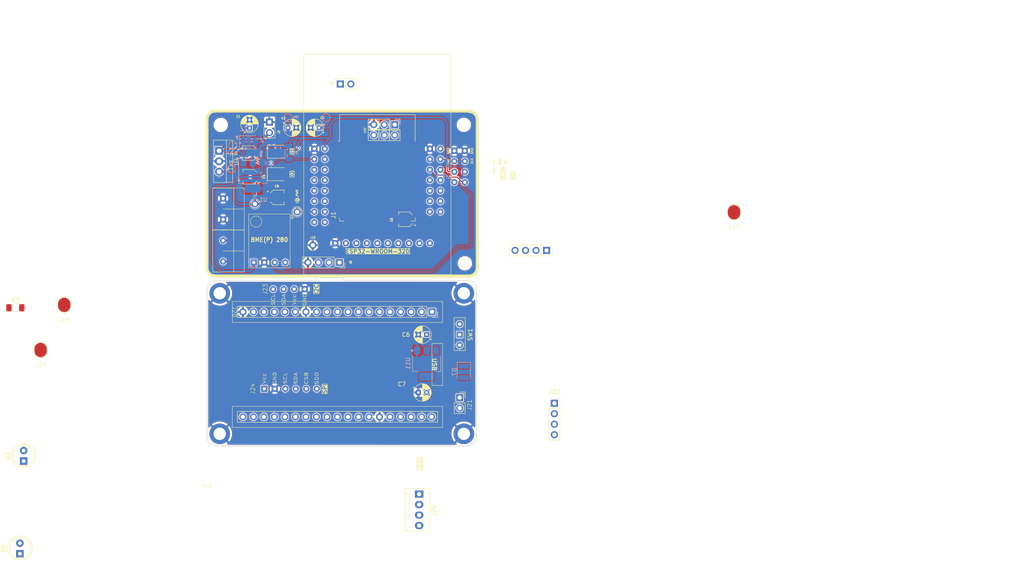
<source format=kicad_pcb>
(kicad_pcb (version 20240108) (generator "pcbnew") (generator_version "8.0")
  (layers (0 "F.Cu" signal) (31 "B.Cu" signal) (34 "B.Paste" user) (35 "F.Paste" user) (36 "B.SilkS" user "B.Silkscreen") (37 "F.SilkS" user "F.Silkscreen") (38 "B.Mask" user) (39 "F.Mask" user) (44 "Edge.Cuts" user))
  (net 0 "")
  (net 1 "GND")
  (net 2 "+3V3")
  (net 3 "+5V")
  (net 4 "/RXD")
  (net 5 "/TXD")
  (net 6 "/SDA")
  (net 7 "/GPIO_33")
  (net 8 "/SCL")
  (net 9 "/OUT3")
  (net 10 "/EN")
  (net 11 "/SOURCE2")
  (net 12 "/SOURCE1")
  (net 13 "/SOURCE3")
  (net 14 "/VDC")
  (net 15 "/DAC1")
  (net 16 "/DAC2")
  (net 17 "/GPIO39")
  (net 18 "/GPIO19")
  (net 19 "/GPIO17")
  (net 20 "/GPIO5")
  (net 21 "/GPIO18")
  (net 22 "/SD_DATA0")
  (net 23 "/ADC2_CH3")
  (net 24 "/SD_DATA3")
  (net 25 "/SD_CMD")
  (net 26 "/SD_CLK")
  (net 27 "/SD_DATA2")
  (net 28 "/SD_DATA1")
  (net 29 "/ADC2_CH0")
  (net 30 "/GPIO23")
  (net 31 "/GPIO36")
  (net 32 "/ADC2_CH2")
  (net 33 "/BOOT")
  (net 34 "/GPIO13")
  (net 35 "/SOURCE4")
  (net 36 "/SOURCE5")
  (net 37 "/SIPO_DATA")
  (net 38 "/SIPO_CLK")
  (net 39 "/SIPO_LATCH")
  (net 40 "/GPIO14")
  (net 41 "/OUT1")
  (net 42 "/VIN")
  (net 43 "Net-(D5-Pad1)")
  (net 44 "Net-(J15-Pin_1)")
  (net 45 "Net-(J19-Pin_1)")
  (net 46 "/OUT2")
  (net 58 "/ESP32-WROOM-32U Node/VIN")
  (net 63 "/ESP32-WROOM-32U Node/VDC")
  (net 74 "/ESP32-WROOM-32U Node/SPI-SDO")
  (net 75 "/ESP32-WROOM-32U Node/TX")
  (net 76 "Net-(J21-Pin_1)")
  (net 77 "/ESP32-WROOM-32U Node/SDA-2")
  (net 78 "/ESP32-WROOM-32U Node/SPI-CSB")
  (net 79 "/ESP32-WROOM-32U Node/SPI-SCL")
  (net 80 "/ESP32-WROOM-32U Node/SCL-2")
  (net 81 "/ESP32-WROOM-32U Node/RX")
  (net 82 "Net-(D7-A)")
  (net 83 "/ESP32-WROOM-32U Node/SPI-SDA")
  (net 85 "/ESP32-WROOM-32U Node/12V")
  (footprint "Capacitor_THT:CP_Radial_D4.0mm_P2.00mm" (layer "F.Cu") (at 107 44.2 180)
    (property "Reference" "C2")
    (property "Value" "1uF")
  )
  (footprint "LED_SMD:LED_1210_3225Metric_Pad1.42x2.65mm_HandSolder" (layer "F.Cu") (at 97 55.45)
    (property "Reference" "D2")
    (property "Value" "STATUS")
  )
  (footprint "Alexander Footprint Library:Board_65-40" (layer "F.Cu") (at 80 131.25)
    (property "Reference" "H3")
    (property "Value" "Project_Box_Board_65x40")
    (fp_line (start 0 -13) (end 0 -47) (stroke (width 0.05)) (layer "Edge.Cuts"))
    (fp_line (start 3 -50) (end 62 -50) (stroke (width 0.05)) (layer "Edge.Cuts"))
    (fp_line (start 62 -10) (end 3 -10) (stroke (width 0.05)) (layer "Edge.Cuts"))
    (fp_line (start 65 -47) (end 65 -13) (stroke (width 0.05)) (layer "Edge.Cuts"))
    (fp_arc (start 0 -47) (mid 0.87868 -49.12132) (end 3 -50) (stroke (width 0.05)) (layer "Edge.Cuts"))
    (fp_arc (start 3 -10) (mid 0.87868 -10.87868) (end 0 -13) (stroke (width 0.05)) (layer "Edge.Cuts"))
    (fp_arc (start 62 -50) (mid 64.12132 -49.12132) (end 65 -47) (stroke (width 0.05)) (layer "Edge.Cuts"))
    (fp_arc (start 65 -13) (mid 64.12132 -10.87868) (end 62 -10) (stroke (width 0.05)) (layer "Edge.Cuts"))
  )
  (footprint "Capacitor_SMD:CP_Elec_3x5.3" (layer "F.Cu") (at 90.3 50.35 180)
    (property "Reference" "C4")
    (property "Value" "0.1uF")
  )
  (footprint "Resistor_SMD:R_1206_3216Metric_Pad1.30x1.75mm_HandSolder" (layer "F.Cu") (at 33.612 87.7585)
    (property "Reference" "R7")
    (property "Value" "4K7")
  )
  (footprint "LED_THT:LED_D5.0mm" (layer "F.Cu") (at 34.7 147.25 90)
    (property "Reference" "D6")
    (property "Value" "LED_STATUS")
  )
  (footprint "Connector_PinSocket_2.54mm:PinSocket_1x04_P2.54mm_Vertical" (layer "F.Cu") (at 163.88 110.85)
    (property "Reference" "J22")
    (property "Value" "PWR_SATA_Conn_01x04")
  )
  (footprint "Alexander Footprint Library:Pad_1x01_P2.54_SMD" (layer "F.Cu") (at 39.712 102.098)
    (property "Reference" "J19")
    (property "Value" "LED_PWR")
  )
  (footprint "Alexanddr Footprints Library:ESP32-WROOM-Adapter-Socket-2" (layer "F.Cu") (at 121.1 56.9025)
    (property "Reference" "J1")
    (property "Value" "~")
  )
  (footprint "Alexander Footprint Library:Pad_1x01_P2.54_SMD" (layer "F.Cu") (at 45.412 91.198)
    (property "Reference" "J15")
    (property "Value" "LED_PWR")
  )
  (footprint "MountingHole:MountingHole_3mm" (layer "F.Cu") (at 142 43.5)
    (property "Reference" "H1" (hide yes))
    (property "Value" "MountingHole_Pad")
  )
  (footprint "MountingHole:MountingHole_3mm" (layer "F.Cu") (at 83.25 43.53)
    (property "Reference" "H2" (hide yes))
    (property "Value" "MountingHole_Pad")
  )
  (footprint "Alexander Footprints Library:Conn_Terminal_5mm" (layer "F.Cu") (at 83.82 53.69)
    (property "Reference" "J9" (hide yes))
    (property "Value" "Conn_01x02_Socket")
  )
  (footprint "Alexander Footprint Library:Pad_1x01_P2.54_SMD" (layer "F.Cu") (at 207.3 68.7895)
    (property "Reference" "J17")
    (property "Value" "GND")
  )
  (footprint "Capacitor_THT:CP_Radial_D4.0mm_P2.00mm" (layer "F.Cu") (at 131 108.25)
    (property "Reference" "C7")
    (property "Value" "1uF")
  )
  (footprint "Connector:FanPinHeader_1x04_P2.54mm_Vertical" (layer "F.Cu") (at 131.2 132.83 -90)
    (property "Reference" "J25")
    (property "Value" "Conn_01x04_Pin")
  )
  (footprint "Capacitor_SMD:CP_Elec_3x5.3" (layer "F.Cu") (at 90.4 56.05 180)
    (property "Reference" "C9")
    (property "Value" "0.1uF")
  )
  (footprint "Alexander Footprint Library:PinSocket_1x01_P2.54" (layer "F.Cu") (at 91.5 65.19)
    (property "Reference" "J7")
    (property "Value" "LED_PWR")
  )
  (footprint "Alexander Footprint Library:Conn_SPI" (layer "F.Cu") (at 88.68 107.35 90)
    (property "Reference" "J24")
    (property "Value" "~")
  )
  (footprint "Connector_PinSocket_2.54mm:PinSocket_1x02_P2.54mm_Vertical" (layer "F.Cu") (at 95.025 42.85)
    (property "Reference" "J2")
    (property "Value" "PWR")
  )
  (footprint "Connector_PinSocket_2.54mm:PinSocket_1x04_P2.54mm_Vertical" (layer "F.Cu") (at 111.94 76.8 -90)
    (property "Reference" "J6")
    (property "Value" "SOURCE")
  )
  (footprint "Connector_PinSocket_2.54mm:PinSocket_1x04_P2.54mm_Vertical" (layer "F.Cu") (at 162 73.875 -90)
    (property "Reference" "J10" (hide yes))
    (property "Value" "ADC")
  )
  (footprint "Capacitor_SMD:CP_Elec_3x5.3" (layer "F.Cu") (at 128 66.35 180)
    (property "Reference" "C5")
    (property "Value" "0.1uF")
  )
  (footprint "Alexander Footprint Library:PinSocket_1x02_P2.54" (layer "F.Cu") (at 139.79 114.5925)
    (property "Reference" "J21")
    (property "Value" "PWR")
  )
  (footprint "Capacitor_THT:CP_Radial_D4.0mm_P2.00mm" (layer "F.Cu") (at 99.5 44.2)
    (property "Reference" "C3")
    (property "Value" "1uF")
  )
  (footprint "Alexander Footprint Library:Conn_ESP32_WROOM-DevKit-38pins" (layer "F.Cu") (at 86.06 88.75 -90)
    (property "Reference" "J20")
    (property "Value" "~")
  )
  (footprint "Capacitor_SMD:CP_Elec_3x5.3" (layer "F.Cu") (at 96.8 61.05)
    (property "Reference" "C8")
    (property "Value" "10uF")
  )
  (footprint "Alexander Footprint Library:PinSocket_1x01_P2.54" (layer "F.Cu") (at 101.7 67.12)
    (property "Reference" "J18")
    (property "Value" "LED_PWR")
  )
  (footprint "Alexander Footprint Library:Conn_I2C" (layer "F.Cu") (at 111.16 83.25 -90)
    (property "Reference" "J23")
    (property "Value" "I2C")
  )
  (footprint "Capacitor_THT:CP_Radial_D4.0mm_P2.00mm" (layer "F.Cu") (at 133 94.25 180)
    (property "Reference" "C6")
    (property "Value" "1uF")
  )
  (footprint "Connector_PinSocket_2.54mm:PinSocket_1x02_P2.54mm_Vertical" (layer "F.Cu") (at 112.15 33.625 90)
    (property "Reference" "J5")
    (property "Value" "DAC")
  )
  (footprint "Alexander Footprint Library:CONN_2x3" (layer "F.Cu") (at 130.38 43.45 -90)
    (property "Reference" "J14")
    (property "Value" "GPIO")
  )
  (footprint "Alexander Footprints Library:Conn_UART" (layer "F.Cu") (at 139.7 42.15)
    (property "Reference" "J3" (hide yes))
    (property "Value" "UART")
  )
  (footprint "Alexander Footprint Library:SW_Slide-03_7.3x2.5x2.5_P2.54mm" (layer "F.Cu") (at 141 94.25 -90)
    (property "Reference" "SW1")
    (property "Value" "SW_SPDT")
  )
  (footprint "Alexander Footprint Library:PinSocket_1x01_P2.54" (layer "F.Cu") (at 105.5 75.19)
    (property "Reference" "J16")
    (property "Value" "GND")
  )
  (footprint "Capacitor_THT:CP_Radial_D4.0mm_P2.00mm" (layer "F.Cu") (at 90.2 44.3 90)
    (property "Reference" "C1")
    (property "Value" "1uF")
  )
  (footprint "Alexander Footprint Library:BME280_BMP280_I2C" (layer "F.Cu") (at 90 78.1 90)
    (property "Reference" "U7")
    (property "Value" "BME(P)280")
  )
  (footprint "Alexander Footprint Library:LD1117" (layer "F.Cu") (at 82.855 49.77 -90)
    (property "Reference" "U4")
    (property "Value" "L7805")
  )
  (footprint "Alexander Footprints Library:Conn_I2C" (layer "F.Cu") (at 142.24 42.15)
    (property "Reference" "J4" (hide yes))
    (property "Value" "I2C")
  )
  (footprint "LED_THT:LED_D5.0mm" (layer "F.Cu") (at 35.612 124.8335 90)
    (property "Reference" "D5")
    (property "Value" "LED_PWR")
  )
  (footprint "LED_SMD:LED_1210_3225Metric_Pad1.42x2.65mm_HandSolder" (layer "F.Cu") (at 97 50)
    (property "Reference" "D1")
    (property "Value" "PWR")
  )
  (footprint "MountingHole:MountingHole_3mm" (layer "F.Cu") (at 142.25 77)
    (property "Reference" "H4" (hide yes))
    (property "Value" "MountingHole_Pad")
  )
  (footprint "Alexander Footprints Library:Conn_Terminal_5mm" (layer "F.Cu") (at 83.82 63.85)
    (property "Reference" "J8" (hide yes))
    (property "Value" "Conn_01x02_Socket")
  )
  (footprint "TestPoint:TestPoint_Pad_D1.5mm" (layer "B.Cu") (at 99.5 41.75 180)
    (property "Reference" "TP4")
    (property "Value" "5V")
  )
  (footprint "TestPoint:TestPoint_Pad_D1.5mm" (layer "B.Cu") (at 108.7 41.75 180)
    (property "Reference" "TP3")
    (property "Value" "3V3")
  )
  (footprint "Diode_SMD:D_1210_3225Metric" (layer "B.Cu") (at 142 103.25 -90)
    (property "Reference" "D7")
    (property "Value" "D")
  )
  (footprint "Resistor_SMD:R_1206_3216Metric_Pad1.30x1.75mm_HandSolder" (layer "B.Cu") (at 99.7 50.25 -90)
    (property "Reference" "R1")
    (property "Value" "10K")
  )
  (footprint "Diode_SMD:D_1210_3225Metric" (layer "B.Cu") (at 90.1 47.75)
    (property "Reference" "D4")
    (property "Value" "D")
  )
  (footprint "TestPoint:TestPoint_Pad_D1.5mm" (layer "B.Cu") (at 86.2 48.45 180)
    (property "Reference" "TP1")
    (property "Value" "VIN")
  )
  (footprint "TestPoint:TestPoint_Pad_D1.5mm" (layer "B.Cu") (at 85.9 54.15 180)
    (property "Reference" "TP2")
    (property "Value" "GND")
  )
  (footprint "Package_TO_SOT_SMD:SOT-223-3_TabPin2" (layer "B.Cu") (at 91 55.75 -90)
    (property "Reference" "U1")
    (property "Value" "AMS1117-3V3")
  )
  (footprint "Package_TO_SOT_SMD:SOT-223-3_TabPin2" (layer "B.Cu") (at 133 101.25 -90)
    (property "Reference" "U11")
    (property "Value" "AMS1117-5.0")
  )
  (gr_line (start 145.25 42.11421) (end 145.25 78.085782) (stroke (width 0.75)) (layer "F.SilkS"))
  (gr_line (start 81.914218 40.164218) (end 143.08579 40.164218) (stroke (width 0.75)) (layer "F.SilkS"))
  (gr_arc (start 145.25 78.085782) (mid 144.66422 79.500007) (end 143.25 80.085782) (stroke (width 0.75)) (layer "F.SilkS"))
  (gr_line (start 79.914218 42.11421) (end 79.914218 78.085782) (stroke (width 0.75)) (layer "F.SilkS"))
  (gr_arc (start 81.914218 80.085782) (mid 80.499999 79.500001) (end 79.914218 78.085782) (stroke (width 0.75)) (layer "F.SilkS"))
  (gr_arc (start 143.25 40.25) (mid 144.664214 40.835786) (end 145.25 42.25) (stroke (width 0.75)) (layer "F.SilkS"))
  (gr_arc (start 79.914218 42.164218) (mid 80.499999 40.749999) (end 81.914218 40.164218) (stroke (width 0.75)) (layer "F.SilkS"))
  (gr_line (start 81.914214 80.085782) (end 143.085786 80.085782) (stroke (width 0.75)) (layer "F.SilkS"))
  (gr_line (start 82.014214 80.235786) (end 106.4 80.25) (stroke (width 0.1)) (layer "Edge.Cuts"))
  (gr_line (start 80 42.25) (end 80.014214 78.235786) (stroke (width 0.1)) (layer "Edge.Cuts"))
  (gr_arc (start 79.921321 83.157107) (mid 80.507106 81.742896) (end 81.921321 81.157107) (stroke (width 0.1)) (layer "Edge.Cuts"))
  (gr_line (start 81.921321 121.128679) (end 143.107107 121.142893) (stroke (width 0.1)) (layer "Edge.Cuts"))
  (gr_arc (start 81.921321 121.128679) (mid 80.507101 120.542899) (end 79.921321 119.128679) (stroke (width 0.1)) (layer "Edge.Cuts"))
  (gr_line (start 143.092893 81.157107) (end 113 81.15) (stroke (width 0.1)) (layer "Edge.Cuts"))
  (gr_arc (start 145.107107 119.142893) (mid 144.521321 120.557107) (end 143.107107 121.142893) (stroke (width 0.1)) (layer "Edge.Cuts"))
  (gr_line (start 106.4 81.15) (end 81.921321 81.157107) (stroke (width 0.1)) (layer "Edge.Cuts"))
  (gr_arc (start 143.185786 40.264214) (mid 144.600004 40.849996) (end 145.185786 42.264214) (stroke (width 0.1)) (layer "Edge.Cuts"))
  (gr_line (start 113 80.25) (end 143.185786 80.235786) (stroke (width 0.1)) (layer "Edge.Cuts"))
  (gr_arc (start 82.014214 80.235786) (mid 80.599996 79.650004) (end 80.014214 78.235786) (stroke (width 0.1)) (layer "Edge.Cuts"))
  (gr_line (start 145.185786 42.264214) (end 145.185786 78.235786) (stroke (width 0.1)) (layer "Edge.Cuts"))
  (gr_arc (start 80 42.25) (mid 80.585786 40.835786) (end 82 40.25) (stroke (width 0.1)) (layer "Edge.Cuts"))
  (gr_line (start 145.107107 119.142893) (end 145.092893 83.157107) (stroke (width 0.1)) (layer "Edge.Cuts"))
  (gr_line (start 79.921321 119.128679) (end 79.921321 83.157107) (stroke (width 0.1)) (layer "Edge.Cuts"))
  (gr_line (start 106.4 81.15) (end 106.4 80.25) (stroke (width 0.1)) (layer "Edge.Cuts"))
  (gr_arc (start 145.185786 78.235786) (mid 144.600004 79.650004) (end 143.185786 80.235786) (stroke (width 0.1)) (layer "Edge.Cuts"))
  (gr_arc (start 143.092893 81.157107) (mid 144.507112 81.742888) (end 145.092893 83.157107) (stroke (width 0.1)) (layer "Edge.Cuts"))
  (gr_line (start 113 81.15) (end 113 80.25) (stroke (width 0.1)) (layer "Edge.Cuts"))
  (gr_line (start 143.185786 40.264214) (end 82 40.25) (stroke (width 0.1)) (layer "Edge.Cuts"))
  (gr_text "PWR" (at 132 127.25 90) (layer "F.SilkS" knockout) (effects (font (size 1 1) (thickness 0.25) (bold yes)) (justify left bottom)))
  (segment (start 84.21 66) (end 83.82 66.39) (width 0.5) (layer "F.Cu") (net 1))
  (segment (start 95.5 54.8625) (end 95.5125 54.85) (width 0.25) (layer "F.Cu") (net 1))
  (segment (start 95.5 55.4625) (end 95.5125 55.45) (width 0.25) (layer "F.Cu") (net 1))
  (segment (start 91.5 59.65) (end 91.9 59.25) (width 0.5) (layer "F.Cu") (net 2))
  (segment (start 101.15 50) (end 102 49.15) (width 0.5) (layer "F.Cu") (net 2))
  (segment (start 94.63 62.62) (end 91.5 62.62) (width 0.5) (layer "F.Cu") (net 2))
  (segment (start 91.9 59.25) (end 91.9 56.05) (width 0.5) (layer "F.Cu") (net 2))
  (segment (start 98.4875 50) (end 101.15 50) (width 0.5) (layer "F.Cu") (net 2))
  (segment (start 95.3 61.05) (end 95.3 61.95) (width 0.5) (layer "F.Cu") (net 2))
  (segment (start 95.3 61.95) (end 94.63 62.62) (width 0.5) (layer "F.Cu") (net 2))
  (segment (start 91.5 62.62) (end 91.5 59.65) (width 0.5) (layer "F.Cu") (net 2))
  (via (at 102 49.15) (size 0.8) (drill 0.4) (layers "F.Cu" "B.Cu") (net 2))
  (segment (start 96.075 48.7) (end 97.525 48.7) (width 0.5) (layer "B.Cu") (net 2))
  (segment (start 108.4 49.2825) (end 108.4 47.85) (width 0.5) (layer "B.Cu") (net 2))
  (segment (start 109.408578 44.2) (end 107 44.2) (width 0.5) (layer "B.Cu") (net 2))
  (segment (start 109.5 46.75) (end 109.75 46.5) (width 0.5) (layer "B.Cu") (net 2))
  (segment (start 81.3 75.997918) (end 81.3 59.75104) (width 0.5) (layer "B.Cu") (net 2))
  (segment (start 93.3 54.905025) (end 93.3 52.6) (width 0.5) (layer "B.Cu") (net 2))
  (segment (start 100 48.7) (end 100 48.03033) (width 0.5) (layer "B.Cu") (net 2))
  (segment (start 137.9 51.55) (end 138.66 52.31) (width 0.5) (layer "B.Cu") (net 2))
  (segment (start 84.202081 78.9) (end 89.990883 78.9) (width 0.5) (layer "B.Cu") (net 2))
  (segment (start 109.75 45) (end 109.75 44.141421) (width 0.5) (layer "B.Cu") (net 2))
  (segment (start 103 46.75) (end 101.28033 46.75) (width 0.5) (layer "B.Cu") (net 2))
  (segment (start 109.75 43.858578) (end 109.75 44.141421) (width 0.5) (layer "B.Cu") (net 2))
  (segment (start 138.66 52.31) (end 139.7 52.31) (width 0.5) (layer "B.Cu") (net 2))
  (segment (start 139.7 52.31) (end 142.24 52.31) (width 0.5) (layer "B.Cu") (net 2))
  (segment (start 129.1 41.75) (end 136.8 41.75) (width 0.5) (layer "B.Cu") (net 2))
  (segment (start 112.31066 41.75) (end 129.1 41.75) (width 0.5) (layer "B.Cu") (net 2))
  (segment (start 88.207106 62.75) (end 91.5 62.75) (width 0.5) (layer "B.Cu") (net 2))
  (segment (start 86.5 61.042893) (end 86.5 57.5) (width 0.5) (layer "B.Cu") (net 2))
  (segment (start 103 46.75) (end 109.5 46.75) (width 0.5) (layer "B.Cu") (net 2))
  (segment (start 137.9 42.85) (end 137.9 51.55) (width 0.5) (layer "B.Cu") (net 2))
  (segment (start 91.22 77.670883) (end 91.22 76.8) (width 0.5) (layer "B.Cu") (net 2))
  (segment (start 89.455634 56.1) (end 92.105025 56.1) (width 0.5) (layer "B.Cu") (net 2))
  (segment (start 96.075 48.7) (end 95.177817 48.7) (width 0.5) (layer "B.Cu") (net 2))
  (segment (start 136.8 41.75) (end 137.9 42.85) (width 0.5) (layer "B.Cu") (net 2))
  (segment (start 108.4 47.85) (end 109.75 46.5) (width 0.5) (layer "B.Cu") (net 2))
  (segment (start 109.75 46.5) (end 109.75 45) (width 0.5) (layer "B.Cu") (net 2))
  (segment (start 110.015165 42.984834) (end 110.5 42.5) (width 0.5) (layer "B.Cu") (net 2))
  (segment (start 102 47.75) (end 103 46.75) (width 0.5) (layer "B.Cu") (net 2))
  (segment (start 109.75 43.858578) (end 109.75 43.625) (width 0.5) (layer "B.Cu") (net 2))
  (segment (start 93.3 52.6) (end 93.3 50.577817) (width 0.5) (layer "B.Cu") (net 2))
  (segment (start 82.75104 58.3) (end 84.144365 58.3) (width 0.5) (layer "B.Cu") (net 2))
  (segment (start 102 49.15) (end 102 47.75) (width 0.5) (layer "B.Cu") (net 2))
  (segment (start 129.3 41.75) (end 129.1 41.75) (width 0.5) (layer "B.Cu") (net 2))
  (segment (start 108.7 41.75) (end 112.31066 41.75) (width 0.5) (layer "B.Cu") (net 2))
  (segment (start 100 48.7) (end 97.525 48.7) (width 0.5) (layer "B.Cu") (net 2))
  (arc (start 93.3 54.905025) (mid 93.209037 55.362322) (end 92.95 55.75) (width 0.5) (layer "B.Cu") (net 2))
  (arc (start 86.8 57.2) (mid 85.581584 58.014119) (end 84.144365 58.3) (width 0.5) (layer "B.Cu") (net 2))
  (arc (start 89.455634 56.1) (mid 88.018415 56.38588) (end 86.8 57.2) (width 0.5) (layer "B.Cu") (net 2))
  (arc (start 86.5 61.042893) (mid 86.629945 61.696174) (end 87 62.25) (width 0.5) (layer "B.Cu") (net 2))
  (arc (start 82.75104 58.3) (mid 82.195751 58.410453) (end 81.725 58.725) (width 0.5) (layer "B.Cu") (net 2))
  (arc (start 92.95 55.75) (mid 92.562322 56.009037) (end 92.105025 56.1) (width 0.5) (layer "B.Cu") (net 2))
  (arc (start 109.75 43.625) (mid 109.818914 43.278544) (end 110.015165 42.984834) (width 0.5) (layer "B.Cu") (net 2))
  (arc (start 95.177817 48.7) (mid 94.459207 48.84294) (end 93.85 49.25) (width 0.5) (layer "B.Cu") (net 2))
  (arc (start 82.15 78.05) (mid 83.091502 78.679092) (end 84.202081 78.9) (width 0.5) (layer "B.Cu") (net 2))
  (arc (start 109.75 44.141421) (mid 109.713838 44.087301) (end 109.65 44.1) (width 0.5) (layer "B.Cu") (net 2))
  (arc (start 93.85 49.25) (mid 93.44294 49.859207) (end 93.3 50.577817) (width 0.5) (layer "B.Cu") (net 2))
  (arc (start 90.86 78.54) (mid 90.461245 78.806439) (end 89.990883 78.9) (width 0.5) (layer "B.Cu") (net 2))
  (arc (start 109.65 44.1) (mid 109.539234 44.17401) (end 109.408578 44.2) (width 0.5) (layer "B.Cu") (net 2))
  (arc (start 87 62.25) (mid 87.553825 62.620054) (end 88.207106 62.75) (width 0.5) (layer "B.Cu") (net 2))
  (arc (start 81.725 58.725) (mid 81.410453 59.195751) (end 81.3 59.75104) (width 0.5) (layer "B.Cu") (net 2))
  (arc (start 101.28033 46.75) (mid 100.790368 46.847459) (end 100.375 47.125) (width 0.5) (layer "B.Cu") (net 2))
  (arc (start 91.22 77.670883) (mid 91.126439 78.141245) (end 90.86 78.54) (width 0.5) (layer "B.Cu") (net 2))
  (arc (start 110.5 42.5) (mid 111.330737 41.944918) (end 112.31066 41.75) (width 0.5) (layer "B.Cu") (net 2))
  (arc (start 109.65 44.1) (mid 109.72401 43.989234) (end 109.75 43.858578) (width 0.5) (layer "B.Cu") (net 2))
  (arc (start 100.375 47.125) (mid 100.097459 47.540368) (end 100 48.03033) (width 0.5) (layer "B.Cu") (net 2))
  (arc (start 81.3 75.997918) (mid 81.520907 77.108496) (end 82.15 78.05) (width 0.5) (layer "B.Cu") (net 2))
  (segment (start 99.5 45.693413) (end 99.5 44.2) (width 0.5) (layer "F.Cu") (net 3))
  (segment (start 98.6375 46.9625) (end 99.2125 46.3875) (width 0.5) (layer "F.Cu") (net 3))
  (segment (start 88.1 47.25) (end 97.943413 47.25) (width 0.5) (layer "F.Cu") (net 3))
  (segment (start 84.9 54.85) (end 85.4 54.35) (width 0.5) (layer "F.Cu") (net 3))
  (segment (start 85.4 54.35) (end 85.4 49.95) (width 0.5) (layer "F.Cu") (net 3))
  (segment (start 82.855 54.85) (end 84.9 54.85) (width 0.5) (layer "F.Cu") (net 3))
  (segment (start 85.4 49.95) (end 88.1 47.25) (width 0.5) (layer "F.Cu") (net 3))
  (arc (start 97.943413 47.25) (mid 98.31905 47.175281) (end 98.6375 46.9625) (width 0.5) (layer "F.Cu") (net 3))
  (arc (start 99.5 45.693413) (mid 99.425281 46.06905) (end 99.2125 46.3875) (width 0.5) (layer "F.Cu") (net 3))
  (segment (start 99.5 42.25) (end 99.5 44.2) (width 0.25) (layer "B.Cu") (net 3))
  (segment (start 139.7 57.35) (end 139.7 57.39) (width 0.25) (layer "F.Cu") (net 4))
  (segment (start 140.3 57.45) (end 139.3 57.45) (width 0.25) (layer "F.Cu") (net 4))
  (segment (start 139.04 57.39) (end 139.7 57.39) (width 0.25) (layer "F.Cu") (net 4))
  (segment (start 137.96 55.65) (end 139.7 57.39) (width 0.25) (layer "B.Cu") (net 4))
  (segment (start 133.8 54.3625) (end 135.0875 55.65) (width 0.25) (layer "B.Cu") (net 4))
  (segment (start 135.0875 55.65) (end 137.96 55.65) (width 0.25) (layer "B.Cu") (net 4))
  (segment (start 138 52.25) (end 137.5725 51.8225) (width 0.25) (layer "F.Cu") (net 5))
  (segment (start 139.7 54.85) (end 138.3 54.85) (width 0.25) (layer "F.Cu") (net 5))
  (segment (start 137.5725 51.8225) (end 136.34 51.8225) (width 0.25) (layer "F.Cu") (net 5))
  (segment (start 138 54.55) (end 138 52.25) (width 0.25) (layer "F.Cu") (net 5))
  (segment (start 138.3 54.85) (end 138 54.55) (width 0.25) (layer "F.Cu") (net 5))
  (segment (start 139.7 54.85) (end 139.5 54.85) (width 0.25) (layer "F.Cu") (net 5))
  (segment (start 142.24 54.85) (end 142.24 55.51) (width 0.25) (layer "F.Cu") (net 6))
  (segment (start 98.84 76.8) (end 98.84 78.09) (width 0.25) (layer "B.Cu") (net 6))
  (segment (start 141 57.95) (end 141 56.09) (width 0.25) (layer "B.Cu") (net 6))
  (segment (start 140.990501 53.600501) (end 142.24 54.85) (width 0.25) (layer "B.Cu") (net 6))
  (segment (start 136.34 54.3625) (end 137.101999 53.600501) (width 0.25) (layer "B.Cu") (net 6))
  (segment (start 143.281802 72.781802) (end 143.55 72.513604) (width 0.25) (layer "B.Cu") (net 6))
  (segment (start 99.4 78.65) (end 130.7 78.65) (width 0.25) (layer "B.Cu") (net 6))
  (segment (start 130.7 78.65) (end 134.55 78.65) (width 0.25) (layer "B.Cu") (net 6))
  (segment (start 143.55 72.513604) (end 143.55 60.5) (width 0.25) (layer "B.Cu") (net 6))
  (segment (start 143.55 60.5) (end 141 57.95) (width 0.25) (layer "B.Cu") (net 6))
  (segment (start 140.418198 72.781802) (end 143.281802 72.781802) (width 0.25) (layer "B.Cu") (net 6))
  (segment (start 98.84 78.09) (end 99.4 78.65) (width 0.25) (layer "B.Cu") (net 6))
  (segment (start 141 56.09) (end 142.24 54.85) (width 0.25) (layer "B.Cu") (net 6))
  (segment (start 137.101999 53.600501) (end 140.990501 53.600501) (width 0.25) (layer "B.Cu") (net 6))
  (segment (start 134.55 78.65) (end 140.418198 72.781802) (width 0.25) (layer "B.Cu") (net 6))
  (segment (start 135.1 55.15) (end 135.6 55.65) (width 0.25) (layer "F.Cu") (net 8))
  (segment (start 133.8 51.8225) (end 135.1 53.1225) (width 0.25) (layer "F.Cu") (net 8))
  (segment (start 141.603604 57.39) (end 142.24 57.39) (width 0.25) (layer "F.Cu") (net 8))
  (segment (start 137.3 55.65) (end 137.8 56.15) (width 0.25) (layer "F.Cu") (net 8))
  (segment (start 135.1 53.1225) (end 135.1 55.15) (width 0.25) (layer "F.Cu") (net 8))
  (segment (start 135.6 55.65) (end 137.3 55.65) (width 0.25) (layer "F.Cu") (net 8))
  (segment (start 140.363604 56.15) (end 141.603604 57.39) (width 0.25) (layer "F.Cu") (net 8))
  (segment (start 137.8 56.15) (end 140.363604 56.15) (width 0.25) (layer "F.Cu") (net 8))
  (segment (start 142.24 58.553604) (end 142.24 57.39) (width 0.25) (layer "B.Cu") (net 8))
  (segment (start 144 72.7) (end 144 60.313604) (width 0.25) (layer "B.Cu") (net 8))
  (segment (start 134.8 79.1) (end 140.6 73.3) (width 0.25) (layer "B.Cu") (net 8))
  (segment (start 140.6 73.3) (end 143.4 73.3) (width 0.25) (layer "B.Cu") (net 8))
  (segment (start 96.3 76.8) (end 96.3 78.45) (width 0.25) (layer "B.Cu") (net 8))
  (segment (start 143.4 73.3) (end 144 72.7) (width 0.25) (layer "B.Cu") (net 8))
  (segment (start 96.3 78.45) (end 96.95 79.1) (width 0.25) (layer "B.Cu") (net 8))
  (segment (start 144 60.313604) (end 142.24 58.553604) (width 0.25) (layer "B.Cu") (net 8))
  (segment (start 96.95 79.1) (end 134.8 79.1) (width 0.25) (layer "B.Cu") (net 8))
  (segment (start 92.3 52.75) (end 91.8 52.25) (width 0.25) (layer "F.Cu") (net 10))
  (segment (start 91.8 52.25) (end 91.8 50.35) (width 0.25) (layer "F.Cu") (net 10))
  (segment (start 95.4 52.75) (end 92.3 52.75) (width 0.25) (layer "F.Cu") (net 10))
  (via (at 95.4 52.75) (size 0.8) (drill 0.4) (layers "F.Cu" "B.Cu") (net 10))
  (segment (start 95.4 52.75) (end 96.7 52.75) (width 0.25) (layer "B.Cu") (net 10))
  (segment (start 101.4 51.8) (end 101.45 51.8) (width 0.25) (layer "B.Cu") (net 10))
  (segment (start 105.86 51.8225) (end 101.4225 51.8225) (width 0.25) (layer "B.Cu") (net 10))
  (segment (start 99.7 51.8) (end 101.4 51.8) (width 0.25) (layer "B.Cu") (net 10))
  (segment (start 97.65 51.8) (end 99.7 51.8) (width 0.25) (layer "B.Cu") (net 10))
  (segment (start 101.4225 51.8225) (end 101.4 51.8) (width 0.25) (layer "B.Cu") (net 10))
  (segment (start 96.7 52.75) (end 97.65 51.8) (width 0.25) (layer "B.Cu") (net 10))
  (segment (start 86.37 71.47) (end 88 73.1) (width 0.5) (layer "F.Cu") (net 11))
  (segment (start 88 73.1) (end 99 73.1) (width 0.5) (layer "F.Cu") (net 11))
  (segment (start 83.82 71.47) (end 86.37 71.47) (width 0.5) (layer "F.Cu") (net 11))
  (segment (start 86.275 76.55) (end 88.075 74.75) (width 0.5) (layer "F.Cu") (net 12))
  (segment (start 83.82 76.55) (end 86.275 76.55) (width 0.5) (layer "F.Cu") (net 12))
  (segment (start 88.075 74.75) (end 99.75 74.75) (width 0.5) (layer "F.Cu") (net 12))
  (segment (start 95.025 45.425) (end 92.7 47.75) (width 0.5) (layer "B.Cu") (net 14))
  (segment (start 92.7 47.75) (end 91.5 47.75) (width 0.5) (layer "B.Cu") (net 14))
  (segment (start 95.025 45.39) (end 95.025 45.425) (width 0.5) (layer "B.Cu") (net 14))
  (segment (start 129.5 66.35) (end 134.5125 66.35) (width 0.25) (layer "F.Cu") (net 33))
  (segment (start 134.5125 66.35) (end 136.34 64.5225) (width 0.25) (layer "F.Cu") (net 33))
  (segment (start 101.7 56.05) (end 101.1 55.45) (width 0.25) (layer "F.Cu") (net 40))
  (segment (start 101.7 64.55) (end 105.8325 64.55) (width 0.25) (layer "F.Cu") (net 40))
  (segment (start 105.8325 64.55) (end 105.86 64.5225) (width 0.25) (layer "F.Cu") (net 40))
  (segment (start 101.1 55.45) (end 98.4875 55.45) (width 0.25) (layer "F.Cu") (net 40))
  (segment (start 101.7 64.55) (end 101.7 56.05) (width 0.25) (layer "F.Cu") (net 40))
  (segment (start 82.98 49.77) (end 82.855 49.77) (width 0.5) (layer "F.Cu") (net 42))
  (segment (start 90.2 44.3) (end 88.45 44.3) (width 0.5) (layer "F.Cu") (net 42))
  (segment (start 88.45 44.3) (end 82.98 49.77) (width 0.5) (layer "F.Cu") (net 42))
  (segment (start 88.7 50.546446) (end 88.7 51.253553) (width 0.5) (layer "B.Cu") (net 42))
  (segment (start 88.7 45.153553) (end 88.7 47.4) (width 0.5) (layer "B.Cu") (net 42))
  (segment (start 86.2 49.11) (end 86.2 48.45) (width 0.25) (layer "B.Cu") (net 42))
  (segment (start 88.45 50.65) (end 88.2 50.4) (width 0.5) (layer "B.Cu") (net 42))
  (segment (start 88.7 50.546446) (end 88.7 47.4) (width 0.5) (layer "B.Cu") (net 42))
  (segment (start 88.45 50.65) (end 88.054368 50.254368) (width 0.5) (layer "B.Cu") (net 42))
  (segment (start 89.553553 44.3) (end 90.2 44.3) (width 0.5) (layer "B.Cu") (net 42))
  (segment (start 88.7 51.253553) (end 88.7 52.6) (width 0.5) (layer "B.Cu") (net 42))
  (segment (start 86.86 49.77) (end 85.54 49.77) (width 0.5) (layer "B.Cu") (net 42))
  (segment (start 86.885 49.77) (end 86.86 49.77) (width 0.5) (layer "B.Cu") (net 42))
  (segment (start 85.54 49.77) (end 82.855 49.77) (width 0.5) (layer "B.Cu") (net 42))
  (arc (start 89.553553 44.3) (mid 89.226912 44.364972) (end 88.95 44.55) (width 0.5) (layer "B.Cu") (net 42))
  (arc (start 86.2 49.11) (mid 86.393309 49.57669) (end 86.86 49.77) (width 0.25) (layer "B.Cu") (net 42))
  (arc (start 88.7 51.253553) (mid 88.635027 50.926912) (end 88.45 50.65) (width 0.5) (layer "B.Cu") (net 42))
  (arc (start 88.45 50.65) (mid 88.45 50.65) (end 88.45 50.65) (width 0.5) (layer "B.Cu") (net 42))
  (arc (start 88.45 50.65) (mid 88.609596 50.681745) (end 88.7 50.546446) (width 0.5) (layer "B.Cu") (net 42))
  (arc (start 88.054368 50.254368) (mid 87.517857 49.895883) (end 86.885 49.77) (width 0.5) (layer "B.Cu") (net 42))
  (arc (start 88.95 44.55) (mid 88.764972 44.826912) (end 88.7 45.153553) (width 0.5) (layer "B.Cu") (net 42))
  (zone (net 1) (net_name "GND") (layer "F.Cu") (priority 1) (connect_pads (clearance 0)) (min_thickness 0.25) (fill yes (thermal_gap 0.5) (thermal_bridge_width 0.5))
    (polygon (pts (xy 80 40.25) (xy 80.3 80.35) (xy 145.55 80.35) (xy 145.25 40.25)))
  )
  (zone (net 1) (net_name "GND") (layer "F.Cu") (priority 2) (connect_pads (clearance 0)) (min_thickness 0.25) (fill yes (thermal_gap 0.5) (thermal_bridge_width 0.5))
    (polygon (pts (xy 79.8 121.45) (xy 145.7 121.45) (xy 145.2 80.95) (xy 79.5 80.95)))
  )
  (zone (net 1) (net_name "GND") (layer "B.Cu") (connect_pads (clearance 0)) (min_thickness 0.25) (fill yes (thermal_gap 0.5) (thermal_bridge_width 0.5))
    (polygon (pts (xy 80 40.25) (xy 145.2 40.25) (xy 145.4 80.45) (xy 80.2 80.45)))
  )
  (zone (net 1) (net_name "GND") (layer "B.Cu") (priority 3) (connect_pads (clearance 0)) (min_thickness 0.25) (fill yes (thermal_gap 0.5) (thermal_bridge_width 0.5))
    (polygon (pts (xy 145.6 121.45) (xy 145.2 80.95) (xy 79.5 80.95) (xy 79.7 121.45)))
  )
)
</source>
